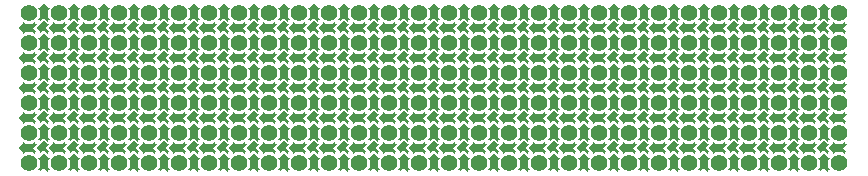
<source format=gbr>
G04 #@! TF.GenerationSoftware,KiCad,Pcbnew,9.0.1*
G04 #@! TF.CreationDate,2025-05-07T17:02:20-04:00*
G04 #@! TF.ProjectId,matrix-protoboard_6x28,6d617472-6978-42d7-9072-6f746f626f61,rev?*
G04 #@! TF.SameCoordinates,Original*
G04 #@! TF.FileFunction,Copper,L2,Bot*
G04 #@! TF.FilePolarity,Positive*
%FSLAX46Y46*%
G04 Gerber Fmt 4.6, Leading zero omitted, Abs format (unit mm)*
G04 Created by KiCad (PCBNEW 9.0.1) date 2025-05-07 17:02:20*
%MOMM*%
%LPD*%
G01*
G04 APERTURE LIST*
G04 Aperture macros list*
%AMFreePoly0*
4,1,28,0.060354,0.560354,0.357208,0.263500,0.583000,0.263500,0.583354,0.263354,0.583500,0.263000,0.583354,0.262646,0.235708,-0.085000,0.582354,-0.431646,0.582500,-0.432000,0.582354,-0.432354,0.582000,-0.432500,0.407500,-0.432500,0.407500,-0.607000,0.407354,-0.607354,0.407000,-0.607500,0.406646,-0.607354,0.060000,-0.260708,-0.287646,-0.608354,-0.288000,-0.608500,-0.288354,-0.608354,
-0.288500,-0.608000,-0.288500,-0.382208,-0.585354,-0.085354,-0.585500,-0.085000,-0.585354,-0.084646,0.059646,0.560354,0.060000,0.560500,0.060354,0.560354,0.060354,0.560354,$1*%
%AMFreePoly1*
4,1,38,0.000354,0.765354,0.325208,0.440500,0.550000,0.440500,0.550354,0.440354,0.550500,0.440000,0.550354,0.439646,0.350500,0.239792,0.350500,-0.359792,0.550354,-0.559646,0.550500,-0.560000,0.550354,-0.560354,0.550000,-0.560500,0.338500,-0.560500,0.338500,-0.763000,0.338354,-0.763354,0.338000,-0.763500,0.337646,-0.763354,-0.000208,-0.425500,-0.009792,-0.425500,-0.347646,-0.763354,
-0.348000,-0.763500,-0.348354,-0.763354,-0.348500,-0.763000,-0.348500,-0.560500,-0.550000,-0.560500,-0.550354,-0.560354,-0.550500,-0.560000,-0.550354,-0.559646,-0.350500,-0.359792,-0.350500,0.239792,-0.550354,0.439646,-0.550500,0.440000,-0.550354,0.440354,-0.550000,0.440500,-0.325208,0.440500,-0.000354,0.765354,0.000000,0.765500,0.000354,0.765354,0.000354,0.765354,$1*%
G04 Aperture macros list end*
G04 #@! TA.AperFunction,SMDPad,CuDef*
%ADD10FreePoly0,0.000000*%
G04 #@! TD*
G04 #@! TA.AperFunction,SMDPad,CuDef*
%ADD11FreePoly1,90.000000*%
G04 #@! TD*
G04 #@! TA.AperFunction,ComponentPad*
%ADD12C,1.400000*%
G04 #@! TD*
G04 #@! TA.AperFunction,SMDPad,CuDef*
%ADD13FreePoly1,0.000000*%
G04 #@! TD*
G04 APERTURE END LIST*
D10*
X185790000Y-81335000D03*
D11*
X164200000Y-76340000D03*
D12*
X192200000Y-75070000D03*
X149020000Y-85230000D03*
D13*
X150290000Y-77550000D03*
D11*
X179440000Y-81420000D03*
D12*
X176960000Y-82690000D03*
D13*
X142670000Y-80090000D03*
D11*
X181980000Y-83960000D03*
D13*
X183310000Y-72470000D03*
X183310000Y-85170000D03*
D12*
X151560000Y-77610000D03*
X166800000Y-82690000D03*
D13*
X135050000Y-72470000D03*
D11*
X166740000Y-81420000D03*
D13*
X124890000Y-80090000D03*
X150290000Y-85170000D03*
D10*
X162930000Y-78795000D03*
X173090000Y-76255000D03*
D13*
X170610000Y-77550000D03*
D11*
X131180000Y-76340000D03*
D13*
X127430000Y-77550000D03*
D12*
X156640000Y-72530000D03*
D10*
X168010000Y-76255000D03*
D13*
X188390000Y-72470000D03*
X135050000Y-77550000D03*
D11*
X146420000Y-83960000D03*
D10*
X175630000Y-83875000D03*
D13*
X165530000Y-72470000D03*
D12*
X171880000Y-75070000D03*
D10*
X134990000Y-76255000D03*
D12*
X123620000Y-77610000D03*
X164260000Y-82690000D03*
D10*
X132450000Y-73715000D03*
X142610000Y-83875000D03*
D12*
X138860000Y-77610000D03*
D11*
X141340000Y-81420000D03*
D13*
X162990000Y-75010000D03*
D10*
X132450000Y-81335000D03*
D13*
X157910000Y-77550000D03*
D10*
X129910000Y-83875000D03*
D11*
X143880000Y-78880000D03*
D12*
X131240000Y-77610000D03*
D13*
X124890000Y-77550000D03*
D10*
X124830000Y-78795000D03*
D13*
X160450000Y-80090000D03*
D10*
X178170000Y-76255000D03*
D11*
X159120000Y-83960000D03*
D12*
X164260000Y-72530000D03*
D13*
X124890000Y-85170000D03*
X142670000Y-82630000D03*
D10*
X152770000Y-78795000D03*
D13*
X142670000Y-77550000D03*
D10*
X180710000Y-73715000D03*
D13*
X173150000Y-75010000D03*
X162990000Y-85170000D03*
D11*
X192140000Y-73800000D03*
D13*
X152830000Y-85170000D03*
D10*
X137530000Y-81335000D03*
D13*
X152830000Y-82630000D03*
D11*
X133720000Y-83960000D03*
D13*
X180770000Y-75010000D03*
D10*
X129910000Y-73715000D03*
X152770000Y-76255000D03*
X127370000Y-76255000D03*
X127370000Y-73715000D03*
X152770000Y-81335000D03*
D11*
X131180000Y-81420000D03*
X192140000Y-81420000D03*
X179440000Y-73800000D03*
D10*
X170550000Y-81335000D03*
D11*
X141340000Y-83960000D03*
D12*
X156640000Y-77610000D03*
D11*
X123560000Y-73800000D03*
D13*
X152830000Y-75010000D03*
X180770000Y-77550000D03*
D10*
X137530000Y-73715000D03*
X180710000Y-76255000D03*
D13*
X175690000Y-77550000D03*
X129970000Y-80090000D03*
X147750000Y-80090000D03*
D10*
X183250000Y-83875000D03*
X147690000Y-76255000D03*
D11*
X128640000Y-81420000D03*
D12*
X174420000Y-82690000D03*
D11*
X136260000Y-78880000D03*
X128640000Y-83960000D03*
D12*
X164260000Y-75070000D03*
D11*
X138800000Y-83960000D03*
D13*
X132510000Y-75010000D03*
D12*
X169340000Y-82690000D03*
D11*
X179440000Y-83960000D03*
X131180000Y-73800000D03*
X126100000Y-81420000D03*
D13*
X190930000Y-77550000D03*
D11*
X189600000Y-76340000D03*
X161660000Y-83960000D03*
X174360000Y-73800000D03*
D10*
X150230000Y-81335000D03*
X168010000Y-81335000D03*
D13*
X160450000Y-75010000D03*
D12*
X161720000Y-77610000D03*
X166800000Y-85230000D03*
D11*
X123560000Y-76340000D03*
X184520000Y-76340000D03*
D12*
X176960000Y-72530000D03*
D11*
X148960000Y-81420000D03*
D10*
X188330000Y-78795000D03*
D13*
X180770000Y-85170000D03*
D10*
X150230000Y-78795000D03*
D13*
X150290000Y-75010000D03*
X178230000Y-72470000D03*
X165530000Y-85170000D03*
D10*
X170550000Y-83875000D03*
X160390000Y-81335000D03*
X170550000Y-78795000D03*
D13*
X183310000Y-80090000D03*
D10*
X185790000Y-83875000D03*
D13*
X127430000Y-72470000D03*
D10*
X165470000Y-76255000D03*
D13*
X162990000Y-72470000D03*
D12*
X138860000Y-82690000D03*
D13*
X165530000Y-82630000D03*
D12*
X189660000Y-72530000D03*
D13*
X155370000Y-75010000D03*
D10*
X145150000Y-83875000D03*
X155310000Y-73715000D03*
D12*
X182040000Y-85230000D03*
D13*
X173150000Y-72470000D03*
D10*
X190870000Y-78795000D03*
D12*
X166800000Y-72530000D03*
D13*
X157910000Y-82630000D03*
X140130000Y-72470000D03*
D12*
X133780000Y-72530000D03*
X187120000Y-85230000D03*
D11*
X181980000Y-76340000D03*
D13*
X178230000Y-77550000D03*
D11*
X187060000Y-81420000D03*
D13*
X188390000Y-77550000D03*
D10*
X175630000Y-78795000D03*
D13*
X160450000Y-82630000D03*
D10*
X147690000Y-73715000D03*
D12*
X149020000Y-80150000D03*
X146480000Y-75070000D03*
X156640000Y-80150000D03*
X192200000Y-85230000D03*
X192200000Y-77610000D03*
X171880000Y-82690000D03*
X138860000Y-75070000D03*
D13*
X157910000Y-72470000D03*
D11*
X187060000Y-78880000D03*
D10*
X173090000Y-83875000D03*
D11*
X146420000Y-73800000D03*
D12*
X123620000Y-75070000D03*
X171880000Y-77610000D03*
X169340000Y-80150000D03*
D10*
X168010000Y-83875000D03*
D11*
X181980000Y-73800000D03*
D12*
X187120000Y-82690000D03*
D11*
X123560000Y-83960000D03*
D13*
X168070000Y-80090000D03*
X140130000Y-85170000D03*
X185850000Y-75010000D03*
D12*
X136320000Y-72530000D03*
X174420000Y-85230000D03*
D11*
X171820000Y-78880000D03*
D12*
X136320000Y-85230000D03*
D10*
X160390000Y-78795000D03*
X140070000Y-78795000D03*
D12*
X159180000Y-82690000D03*
D10*
X183250000Y-81335000D03*
D12*
X166800000Y-80150000D03*
D13*
X173150000Y-82630000D03*
X142670000Y-85170000D03*
D10*
X180710000Y-83875000D03*
X178170000Y-78795000D03*
D11*
X164200000Y-81420000D03*
X148960000Y-78880000D03*
D10*
X162930000Y-76255000D03*
X168010000Y-78795000D03*
D13*
X190930000Y-85170000D03*
D11*
X179440000Y-78880000D03*
X143880000Y-73800000D03*
D13*
X127430000Y-82630000D03*
D12*
X126160000Y-72530000D03*
D10*
X162930000Y-73715000D03*
D11*
X192140000Y-83960000D03*
D13*
X170610000Y-82630000D03*
D12*
X143940000Y-85230000D03*
D11*
X138800000Y-76340000D03*
D10*
X150230000Y-76255000D03*
D13*
X170610000Y-80090000D03*
D10*
X175630000Y-73715000D03*
D12*
X169340000Y-75070000D03*
D10*
X185790000Y-73715000D03*
X178170000Y-73715000D03*
X142610000Y-78795000D03*
D13*
X140130000Y-80090000D03*
D12*
X189660000Y-82690000D03*
D11*
X189600000Y-73800000D03*
D10*
X168010000Y-73715000D03*
X155310000Y-78795000D03*
D13*
X175690000Y-75010000D03*
D10*
X152770000Y-73715000D03*
X180710000Y-81335000D03*
D11*
X171820000Y-81420000D03*
X161660000Y-81420000D03*
D12*
X192200000Y-72530000D03*
X182040000Y-77610000D03*
D10*
X165470000Y-78795000D03*
D13*
X129970000Y-85170000D03*
D11*
X146420000Y-76340000D03*
D10*
X157850000Y-73715000D03*
D13*
X145210000Y-80090000D03*
D12*
X141400000Y-82690000D03*
D11*
X146420000Y-81420000D03*
D13*
X155370000Y-85170000D03*
D12*
X189660000Y-75070000D03*
D10*
X140070000Y-73715000D03*
D12*
X164260000Y-77610000D03*
X136320000Y-77610000D03*
D11*
X146420000Y-78880000D03*
D10*
X142610000Y-73715000D03*
X137530000Y-78795000D03*
D13*
X165530000Y-77550000D03*
X188390000Y-80090000D03*
X185850000Y-72470000D03*
D11*
X184520000Y-81420000D03*
D13*
X168070000Y-85170000D03*
X137590000Y-75010000D03*
D11*
X156580000Y-76340000D03*
D12*
X171880000Y-80150000D03*
D10*
X157850000Y-78795000D03*
D12*
X161720000Y-75070000D03*
D11*
X143880000Y-81420000D03*
D12*
X179500000Y-82690000D03*
X159180000Y-85230000D03*
D11*
X169280000Y-78880000D03*
X123560000Y-78880000D03*
D10*
X142610000Y-81335000D03*
D11*
X159120000Y-76340000D03*
D13*
X145210000Y-77550000D03*
D12*
X133780000Y-85230000D03*
X169340000Y-77610000D03*
D13*
X155370000Y-72470000D03*
D11*
X154040000Y-81420000D03*
X166740000Y-76340000D03*
D12*
X174420000Y-77610000D03*
D10*
X190870000Y-81335000D03*
D11*
X176900000Y-73800000D03*
D13*
X142670000Y-75010000D03*
D11*
X136260000Y-73800000D03*
X164200000Y-83960000D03*
D12*
X149020000Y-72530000D03*
D10*
X134990000Y-83875000D03*
D13*
X124890000Y-82630000D03*
X175690000Y-85170000D03*
D12*
X151560000Y-72530000D03*
D10*
X162930000Y-81335000D03*
D12*
X171880000Y-72530000D03*
X141400000Y-72530000D03*
D13*
X170610000Y-72470000D03*
X173150000Y-85170000D03*
D12*
X154100000Y-72530000D03*
D11*
X169280000Y-83960000D03*
D10*
X178170000Y-83875000D03*
D11*
X133720000Y-76340000D03*
D12*
X184580000Y-75070000D03*
X133780000Y-82690000D03*
X159180000Y-80150000D03*
D13*
X129970000Y-77550000D03*
X135050000Y-82630000D03*
X162990000Y-80090000D03*
D10*
X160390000Y-76255000D03*
D12*
X138860000Y-80150000D03*
D13*
X175690000Y-82630000D03*
X127430000Y-80090000D03*
D10*
X145150000Y-73715000D03*
D11*
X126100000Y-78880000D03*
D12*
X182040000Y-82690000D03*
X171880000Y-85230000D03*
D11*
X164200000Y-78880000D03*
D10*
X157850000Y-83875000D03*
D11*
X138800000Y-81420000D03*
D12*
X149020000Y-77610000D03*
D11*
X181980000Y-81420000D03*
D12*
X149020000Y-82690000D03*
D13*
X178230000Y-85170000D03*
X147750000Y-82630000D03*
X132510000Y-77550000D03*
X178230000Y-75010000D03*
X190930000Y-80090000D03*
X129970000Y-75010000D03*
X178230000Y-82630000D03*
X137590000Y-72470000D03*
D11*
X176900000Y-76340000D03*
D10*
X124830000Y-81335000D03*
X190870000Y-83875000D03*
D12*
X141400000Y-77610000D03*
D11*
X169280000Y-73800000D03*
D10*
X165470000Y-83875000D03*
X145150000Y-76255000D03*
D12*
X179500000Y-72530000D03*
D13*
X190930000Y-75010000D03*
D11*
X154040000Y-83960000D03*
X159120000Y-81420000D03*
D10*
X129910000Y-76255000D03*
D11*
X133720000Y-73800000D03*
D13*
X190930000Y-82630000D03*
D10*
X188330000Y-81335000D03*
D12*
X184580000Y-72530000D03*
D11*
X138800000Y-78880000D03*
D13*
X124890000Y-75010000D03*
D10*
X127370000Y-78795000D03*
X152770000Y-83875000D03*
D11*
X176900000Y-78880000D03*
D13*
X180770000Y-82630000D03*
D12*
X126160000Y-77610000D03*
D13*
X145210000Y-82630000D03*
D11*
X184520000Y-78880000D03*
D13*
X152830000Y-72470000D03*
D12*
X184580000Y-80150000D03*
D11*
X189600000Y-78880000D03*
X169280000Y-76340000D03*
D10*
X137530000Y-83875000D03*
D13*
X140130000Y-82630000D03*
D12*
X128700000Y-75070000D03*
D10*
X170550000Y-76255000D03*
D12*
X123620000Y-80150000D03*
D10*
X150230000Y-73715000D03*
D13*
X150290000Y-82630000D03*
D12*
X166800000Y-75070000D03*
D11*
X159120000Y-73800000D03*
D12*
X189660000Y-80150000D03*
D11*
X181980000Y-78880000D03*
D12*
X154100000Y-85230000D03*
D11*
X128640000Y-78880000D03*
D12*
X166800000Y-77610000D03*
D13*
X155370000Y-82630000D03*
D10*
X160390000Y-73715000D03*
D13*
X168070000Y-75010000D03*
D10*
X147690000Y-78795000D03*
D13*
X140130000Y-77550000D03*
D11*
X126100000Y-73800000D03*
D10*
X165470000Y-73715000D03*
D13*
X145210000Y-72470000D03*
D12*
X146480000Y-80150000D03*
D11*
X128640000Y-73800000D03*
X136260000Y-81420000D03*
D12*
X174420000Y-72530000D03*
D11*
X166740000Y-78880000D03*
D13*
X147750000Y-85170000D03*
D12*
X174420000Y-75070000D03*
X143940000Y-75070000D03*
X128700000Y-72530000D03*
X187120000Y-77610000D03*
D10*
X124830000Y-83875000D03*
D12*
X136320000Y-82690000D03*
D11*
X174360000Y-78880000D03*
X169280000Y-81420000D03*
D13*
X152830000Y-80090000D03*
D12*
X164260000Y-85230000D03*
D10*
X175630000Y-76255000D03*
D13*
X173150000Y-80090000D03*
D11*
X171820000Y-76340000D03*
D10*
X132450000Y-78795000D03*
D13*
X188390000Y-82630000D03*
D11*
X138800000Y-73800000D03*
D10*
X132450000Y-76255000D03*
D12*
X136320000Y-80150000D03*
X131240000Y-82690000D03*
D10*
X183250000Y-76255000D03*
D12*
X159180000Y-72530000D03*
D13*
X160450000Y-85170000D03*
X157910000Y-75010000D03*
D10*
X145150000Y-81335000D03*
X188330000Y-76255000D03*
D11*
X141340000Y-73800000D03*
X174360000Y-83960000D03*
X156580000Y-73800000D03*
D13*
X152830000Y-77550000D03*
D10*
X129910000Y-81335000D03*
D11*
X141340000Y-78880000D03*
D13*
X190930000Y-72470000D03*
X135050000Y-75010000D03*
D12*
X182040000Y-72530000D03*
X138860000Y-85230000D03*
D11*
X128640000Y-76340000D03*
D12*
X156640000Y-82690000D03*
X136320000Y-75070000D03*
D11*
X176900000Y-81420000D03*
D12*
X143940000Y-77610000D03*
D11*
X171820000Y-73800000D03*
X151500000Y-81420000D03*
X148960000Y-73800000D03*
D10*
X134990000Y-73715000D03*
D11*
X166740000Y-83960000D03*
X159120000Y-78880000D03*
D10*
X162930000Y-83875000D03*
D13*
X140130000Y-75010000D03*
D11*
X187060000Y-76340000D03*
D12*
X128700000Y-80150000D03*
X146480000Y-85230000D03*
X156640000Y-75070000D03*
D10*
X160390000Y-83875000D03*
D11*
X151500000Y-73800000D03*
X151500000Y-83960000D03*
D12*
X133780000Y-80150000D03*
D13*
X175690000Y-72470000D03*
D12*
X169340000Y-72530000D03*
X161720000Y-85230000D03*
D13*
X185850000Y-77550000D03*
X132510000Y-72470000D03*
D12*
X131240000Y-72530000D03*
D10*
X129910000Y-78795000D03*
D12*
X182040000Y-75070000D03*
D13*
X155370000Y-80090000D03*
D10*
X155310000Y-83875000D03*
D12*
X176960000Y-80150000D03*
D10*
X145150000Y-78795000D03*
D11*
X161660000Y-76340000D03*
D12*
X126160000Y-75070000D03*
D10*
X180710000Y-78795000D03*
D12*
X126160000Y-85230000D03*
D11*
X161660000Y-78880000D03*
D10*
X132450000Y-83875000D03*
D12*
X187120000Y-80150000D03*
X156640000Y-85230000D03*
D10*
X127370000Y-83875000D03*
D11*
X156580000Y-81420000D03*
D13*
X180770000Y-72470000D03*
D11*
X187060000Y-73800000D03*
X133720000Y-81420000D03*
D12*
X159180000Y-77610000D03*
D13*
X135050000Y-85170000D03*
D11*
X148960000Y-76340000D03*
D13*
X129970000Y-72470000D03*
D10*
X185790000Y-76255000D03*
D12*
X161720000Y-82690000D03*
X154100000Y-82690000D03*
D11*
X164200000Y-73800000D03*
X184520000Y-83960000D03*
D12*
X141400000Y-80150000D03*
X128700000Y-82690000D03*
X179500000Y-80150000D03*
D11*
X166740000Y-73800000D03*
D10*
X134990000Y-78795000D03*
D13*
X183310000Y-82630000D03*
D12*
X192200000Y-82690000D03*
X164260000Y-80150000D03*
X146480000Y-82690000D03*
D11*
X171820000Y-83960000D03*
D10*
X140070000Y-83875000D03*
X124830000Y-76255000D03*
X165470000Y-81335000D03*
D12*
X154100000Y-80150000D03*
D13*
X137590000Y-80090000D03*
D12*
X179500000Y-75070000D03*
D13*
X188390000Y-75010000D03*
D10*
X142610000Y-76255000D03*
D12*
X123620000Y-85230000D03*
D13*
X132510000Y-85170000D03*
X170610000Y-75010000D03*
D10*
X147690000Y-81335000D03*
D12*
X149020000Y-75070000D03*
D13*
X137590000Y-85170000D03*
X137590000Y-77550000D03*
X165530000Y-80090000D03*
D12*
X159180000Y-75070000D03*
X143940000Y-82690000D03*
X131240000Y-85230000D03*
D11*
X143880000Y-83960000D03*
X192140000Y-78880000D03*
X192140000Y-76340000D03*
D12*
X151560000Y-75070000D03*
D13*
X162990000Y-77550000D03*
D11*
X151500000Y-78880000D03*
D12*
X184580000Y-77610000D03*
D13*
X147750000Y-75010000D03*
D11*
X148960000Y-83960000D03*
D13*
X124890000Y-72470000D03*
D12*
X128700000Y-85230000D03*
D13*
X168070000Y-72470000D03*
D11*
X187060000Y-83960000D03*
D10*
X185790000Y-78795000D03*
D13*
X155370000Y-77550000D03*
D11*
X161660000Y-73800000D03*
X143880000Y-76340000D03*
X136260000Y-76340000D03*
D13*
X157910000Y-85170000D03*
X147750000Y-77550000D03*
D11*
X133720000Y-78880000D03*
D13*
X185850000Y-80090000D03*
D10*
X188330000Y-73715000D03*
D12*
X187120000Y-72530000D03*
D10*
X175630000Y-81335000D03*
D12*
X138860000Y-72530000D03*
D10*
X155310000Y-81335000D03*
D13*
X142670000Y-72470000D03*
D12*
X123620000Y-72530000D03*
D13*
X183310000Y-75010000D03*
D12*
X133780000Y-75070000D03*
X184580000Y-82690000D03*
X131240000Y-75070000D03*
D13*
X173150000Y-77550000D03*
D12*
X151560000Y-82690000D03*
D11*
X131180000Y-78880000D03*
D12*
X143940000Y-72530000D03*
D11*
X126100000Y-83960000D03*
X154040000Y-73800000D03*
D13*
X150290000Y-72470000D03*
X165530000Y-75010000D03*
D10*
X157850000Y-76255000D03*
D12*
X131240000Y-80150000D03*
D11*
X156580000Y-83960000D03*
D12*
X146480000Y-77610000D03*
D13*
X160450000Y-72470000D03*
D12*
X143940000Y-80150000D03*
D10*
X183250000Y-73715000D03*
D12*
X182040000Y-80150000D03*
D10*
X190870000Y-73715000D03*
D12*
X169340000Y-85230000D03*
X179500000Y-77610000D03*
X154100000Y-77610000D03*
X192200000Y-80150000D03*
D13*
X185850000Y-85170000D03*
D10*
X190870000Y-76255000D03*
D11*
X141340000Y-76340000D03*
X151500000Y-76340000D03*
D10*
X170550000Y-73715000D03*
D12*
X187120000Y-75070000D03*
D11*
X136260000Y-83960000D03*
D13*
X150290000Y-80090000D03*
X127430000Y-85170000D03*
X188390000Y-85170000D03*
X168070000Y-82630000D03*
D12*
X189660000Y-77610000D03*
D10*
X134990000Y-81335000D03*
D11*
X179440000Y-76340000D03*
D12*
X161720000Y-72530000D03*
D11*
X189600000Y-81420000D03*
D10*
X150230000Y-83875000D03*
D12*
X123620000Y-82690000D03*
X176960000Y-77610000D03*
D10*
X155310000Y-76255000D03*
D13*
X168070000Y-77550000D03*
D11*
X174360000Y-81420000D03*
X174360000Y-76340000D03*
D10*
X147690000Y-83875000D03*
X188330000Y-83875000D03*
D13*
X183310000Y-77550000D03*
X160450000Y-77550000D03*
D12*
X141400000Y-85230000D03*
D13*
X137590000Y-82630000D03*
D12*
X176960000Y-75070000D03*
D11*
X156580000Y-78880000D03*
D12*
X179500000Y-85230000D03*
X189660000Y-85230000D03*
D13*
X170610000Y-85170000D03*
D10*
X140070000Y-81335000D03*
D11*
X154040000Y-76340000D03*
D12*
X176960000Y-85230000D03*
D13*
X185850000Y-82630000D03*
D12*
X146480000Y-72530000D03*
D13*
X162990000Y-82630000D03*
D11*
X189600000Y-83960000D03*
X126100000Y-76340000D03*
X131180000Y-83960000D03*
D10*
X137530000Y-76255000D03*
D11*
X154040000Y-78880000D03*
D12*
X141400000Y-75070000D03*
D11*
X184520000Y-73800000D03*
D12*
X184580000Y-85230000D03*
X126160000Y-82690000D03*
D10*
X178170000Y-81335000D03*
X173090000Y-78795000D03*
D12*
X151560000Y-80150000D03*
X133780000Y-77610000D03*
X154100000Y-75070000D03*
D13*
X145210000Y-75010000D03*
X132510000Y-82630000D03*
D12*
X174420000Y-80150000D03*
D11*
X123560000Y-81420000D03*
D12*
X128700000Y-77610000D03*
D10*
X173090000Y-73715000D03*
D12*
X126160000Y-80150000D03*
D13*
X132510000Y-80090000D03*
D10*
X183250000Y-78795000D03*
D13*
X127430000Y-75010000D03*
X145210000Y-85170000D03*
X135050000Y-80090000D03*
X178230000Y-80090000D03*
X129970000Y-82630000D03*
X175690000Y-80090000D03*
D11*
X176900000Y-83960000D03*
D10*
X124830000Y-73715000D03*
X127370000Y-81335000D03*
D12*
X161720000Y-80150000D03*
D13*
X157910000Y-80090000D03*
X147750000Y-72470000D03*
D12*
X151560000Y-85230000D03*
D10*
X140070000Y-76255000D03*
D13*
X180770000Y-80090000D03*
D10*
X157850000Y-81335000D03*
X173090000Y-81335000D03*
M02*

</source>
